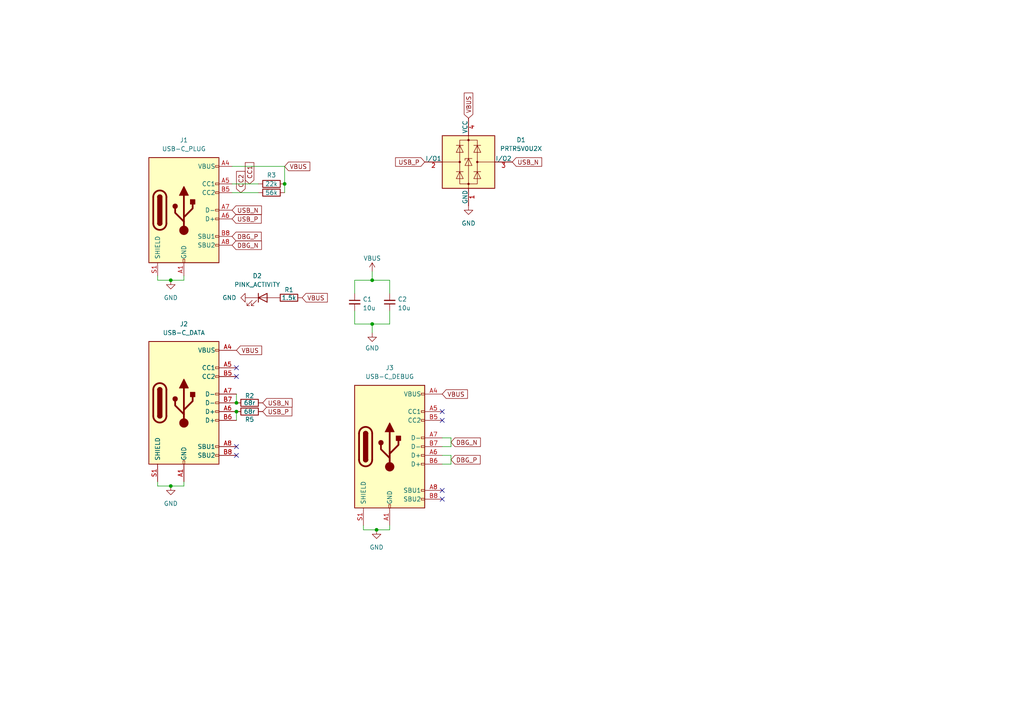
<source format=kicad_sch>
(kicad_sch (version 20231120) (generator "eeschema") (generator_version "8.0")
  (paper "A4")
  (lib_symbols
    (symbol "1_My_Symbols:USB_C_Debug_Plug" (pin_names (offset 1.016))
      (property "Reference" "P" (at -10.16 19.05 0))
      (property "Value" "USB_C_Debug_Plug" (at 12.7 19.05 0))
      (symbol "USB_C_Debug_Plug_0_0"
        (rectangle (start -0.254 -15.24) (end 0.254 -14.224))
        (rectangle (start 10.16 -9.906) (end 9.144 -10.414))
        (rectangle (start 10.16 -7.366) (end 9.144 -7.874))
        (rectangle (start 10.16 -2.286) (end 9.144 -2.794))
        (rectangle (start 10.16 0.254) (end 9.144 -0.254))
        (rectangle (start 10.16 5.334) (end 9.144 4.826))
        (rectangle (start 10.16 7.874) (end 9.144 7.366))
        (rectangle (start 10.16 12.954) (end 9.144 12.446))
        (pin bidirectional line (at 13.97 -10.16 180) (length 3.81) (name "SBU2") (number "A8"))
        (pin bidirectional line (at 13.97 -7.62 180) (length 3.81) (name "SBU1") (number "B8"))
      )
      (symbol "USB_C_Debug_Plug_0_1"
        (rectangle (start -10.16 15.24) (end 10.16 -15.24) (stroke (width 0.254)) (fill (type background)))
        (arc (start -8.89 -3.81) (mid -6.985 -5.7067) (end -5.08 -3.81) (stroke (width 0.508)))
        (arc (start -7.62 -3.81) (mid -6.985 -4.4423) (end -6.35 -3.81) (stroke (width 0.254)))
        (arc (start -7.62 -3.81) (mid -6.985 -4.4423) (end -6.35 -3.81) (stroke (width 0.254)) (fill (type outline)))
        (rectangle (start -7.62 -3.81) (end -6.35 3.81) (stroke (width 0.254)) (fill (type outline)))
        (arc (start -6.35 3.81) (mid -6.985 4.4423) (end -7.62 3.81) (stroke (width 0.254)))
        (arc (start -6.35 3.81) (mid -6.985 4.4423) (end -7.62 3.81) (stroke (width 0.254)) (fill (type outline)))
        (arc (start -5.08 3.81) (mid -6.985 5.7067) (end -8.89 3.81) (stroke (width 0.508)))
        (circle (center -2.54 1.143) (radius 0.635) (stroke (width 0.254)) (fill (type outline)))
        (circle (center 0 -5.842) (radius 1.27) (fill (type outline)))
        (polyline (pts (xy -8.89 -3.81) (xy -8.89 3.81)) (stroke (width 0.508)))
        (polyline (pts (xy -5.08 3.81) (xy -5.08 -3.81)) (stroke (width 0.508)))
        (polyline (pts (xy 0 -5.842) (xy 0 4.318)) (stroke (width 0.508)))
        (polyline (pts (xy 0 -3.302) (xy -2.54 -0.762) (xy -2.54 0.508)) (stroke (width 0.508)))
        (polyline (pts (xy 0 -2.032) (xy 2.54 0.508) (xy 2.54 1.778)) (stroke (width 0.508)))
        (polyline (pts (xy -1.27 4.318) (xy 0 6.858) (xy 1.27 4.318) (xy -1.27 4.318)) (stroke (width 0.254)) (fill (type outline)))
        (rectangle (start 1.905 1.778) (end 3.175 3.048) (stroke (width 0.254)) (fill (type outline)))
      )
      (symbol "USB_C_Debug_Plug_1_1"
        (pin passive line (at 0 -19.05 90) (length 3.81) (name "GND") (number "A1"))
        (pin passive line (at 0 -19.05 90) (length 3.81) hide (name "GND") (number "A12"))
        (pin passive line (at 13.97 12.7 180) (length 3.81) (name "VBUS") (number "A4"))
        (pin bidirectional line (at 13.97 7.62 180) (length 3.81) (name "CC1") (number "A5"))
        (pin bidirectional line (at 13.97 -2.54 180) (length 3.81) (name "D+") (number "A6"))
        (pin bidirectional line (at 13.97 0 180) (length 3.81) (name "D-") (number "A7"))
        (pin passive line (at 13.97 12.7 180) (length 3.81) hide (name "VBUS") (number "A9"))
        (pin passive line (at 0 -19.05 90) (length 3.81) hide (name "GND") (number "B1"))
        (pin passive line (at 0 -19.05 90) (length 3.81) hide (name "GND") (number "B12"))
        (pin passive line (at 13.97 12.7 180) (length 3.81) hide (name "VBUS") (number "B4"))
        (pin bidirectional line (at 13.97 5.08 180) (length 3.81) (name "CC2") (number "B5"))
        (pin passive line (at 13.97 12.7 180) (length 3.81) hide (name "VBUS") (number "B9"))
        (pin passive line (at -7.62 -19.05 90) (length 3.81) (name "SHIELD") (number "S1"))
      )
    )
    (symbol "Connector:USB_C_Receptacle_USB2.0" (pin_names (offset 1.016))
      (property "Reference" "J" (at -10.16 19.05 0))
      (property "Value" "USB_C_Receptacle_USB2.0" (at 19.05 19.05 0))
      (symbol "USB_C_Receptacle_USB2.0_0_0"
        (rectangle (start -0.254 -17.78) (end 0.254 -16.764))
        (rectangle (start 10.16 -14.986) (end 9.144 -15.494))
        (rectangle (start 10.16 -12.446) (end 9.144 -12.954))
        (rectangle (start 10.16 -4.826) (end 9.144 -5.334))
        (rectangle (start 10.16 -2.286) (end 9.144 -2.794))
        (rectangle (start 10.16 0.254) (end 9.144 -0.254))
        (rectangle (start 10.16 2.794) (end 9.144 2.286))
        (rectangle (start 10.16 7.874) (end 9.144 7.366))
        (rectangle (start 10.16 10.414) (end 9.144 9.906))
        (rectangle (start 10.16 15.494) (end 9.144 14.986))
      )
      (symbol "USB_C_Receptacle_USB2.0_0_1"
        (rectangle (start -10.16 17.78) (end 10.16 -17.78) (stroke (width 0.254)) (fill (type background)))
        (arc (start -8.89 -3.81) (mid -6.985 -5.7067) (end -5.08 -3.81) (stroke (width 0.508)))
        (arc (start -7.62 -3.81) (mid -6.985 -4.4423) (end -6.35 -3.81) (stroke (width 0.254)))
        (arc (start -7.62 -3.81) (mid -6.985 -4.4423) (end -6.35 -3.81) (stroke (width 0.254)) (fill (type outline)))
        (rectangle (start -7.62 -3.81) (end -6.35 3.81) (stroke (width 0.254)) (fill (type outline)))
        (arc (start -6.35 3.81) (mid -6.985 4.4423) (end -7.62 3.81) (stroke (width 0.254)))
        (arc (start -6.35 3.81) (mid -6.985 4.4423) (end -7.62 3.81) (stroke (width 0.254)) (fill (type outline)))
        (arc (start -5.08 3.81) (mid -6.985 5.7067) (end -8.89 3.81) (stroke (width 0.508)))
        (circle (center -2.54 1.143) (radius 0.635) (stroke (width 0.254)) (fill (type outline)))
        (circle (center 0 -5.842) (radius 1.27) (fill (type outline)))
        (polyline (pts (xy -8.89 -3.81) (xy -8.89 3.81)) (stroke (width 0.508)))
        (polyline (pts (xy -5.08 3.81) (xy -5.08 -3.81)) (stroke (width 0.508)))
        (polyline (pts (xy 0 -5.842) (xy 0 4.318)) (stroke (width 0.508)))
        (polyline (pts (xy 0 -3.302) (xy -2.54 -0.762) (xy -2.54 0.508)) (stroke (width 0.508)))
        (polyline (pts (xy 0 -2.032) (xy 2.54 0.508) (xy 2.54 1.778)) (stroke (width 0.508)))
        (polyline (pts (xy -1.27 4.318) (xy 0 6.858) (xy 1.27 4.318) (xy -1.27 4.318)) (stroke (width 0.254)) (fill (type outline)))
        (rectangle (start 1.905 1.778) (end 3.175 3.048) (stroke (width 0.254)) (fill (type outline)))
      )
      (symbol "USB_C_Receptacle_USB2.0_1_1"
        (pin passive line (at 0 -22.86 90) (length 5.08) (name "GND") (number "A1"))
        (pin passive line (at 0 -22.86 90) (length 5.08) hide (name "GND") (number "A12"))
        (pin passive line (at 15.24 15.24 180) (length 5.08) (name "VBUS") (number "A4"))
        (pin bidirectional line (at 15.24 10.16 180) (length 5.08) (name "CC1") (number "A5"))
        (pin bidirectional line (at 15.24 -2.54 180) (length 5.08) (name "D+") (number "A6"))
        (pin bidirectional line (at 15.24 2.54 180) (length 5.08) (name "D-") (number "A7"))
        (pin bidirectional line (at 15.24 -12.7 180) (length 5.08) (name "SBU1") (number "A8"))
        (pin passive line (at 15.24 15.24 180) (length 5.08) hide (name "VBUS") (number "A9"))
        (pin passive line (at 0 -22.86 90) (length 5.08) hide (name "GND") (number "B1"))
        (pin passive line (at 0 -22.86 90) (length 5.08) hide (name "GND") (number "B12"))
        (pin passive line (at 15.24 15.24 180) (length 5.08) hide (name "VBUS") (number "B4"))
        (pin bidirectional line (at 15.24 7.62 180) (length 5.08) (name "CC2") (number "B5"))
        (pin bidirectional line (at 15.24 -5.08 180) (length 5.08) (name "D+") (number "B6"))
        (pin bidirectional line (at 15.24 0 180) (length 5.08) (name "D-") (number "B7"))
        (pin bidirectional line (at 15.24 -15.24 180) (length 5.08) (name "SBU2") (number "B8"))
        (pin passive line (at 15.24 15.24 180) (length 5.08) hide (name "VBUS") (number "B9"))
        (pin passive line (at -7.62 -22.86 90) (length 5.08) (name "SHIELD") (number "S1"))
      )
    )
    (symbol "Device:C_Small" (pin_numbers hide) (pin_names (offset 0.254) hide)
      (property "Reference" "C" (at 0.254 1.778 0))
      (property "Value" "C_Small" (at 0.254 -2.032 0))
      (symbol "C_Small_0_1"
        (polyline (pts (xy -1.524 -0.508) (xy 1.524 -0.508)) (stroke (width 0.3302)))
        (polyline (pts (xy -1.524 0.508) (xy 1.524 0.508)) (stroke (width 0.3048)))
      )
      (symbol "C_Small_1_1"
        (pin passive line (at 0 2.54 270) (length 2.032) (name "~") (number "1"))
        (pin passive line (at 0 -2.54 90) (length 2.032) (name "~") (number "2"))
      )
    )
    (symbol "Device:LED" (pin_numbers hide) (pin_names (offset 1.016) hide)
      (property "Reference" "D" (at 0 2.54 0))
      (property "Value" "LED" (at 0 -2.54 0))
      (symbol "LED_0_1"
        (polyline (pts (xy -1.27 -1.27) (xy -1.27 1.27)) (stroke (width 0.254)))
        (polyline (pts (xy -1.27 0) (xy 1.27 0)))
        (polyline (pts (xy 1.27 -1.27) (xy 1.27 1.27) (xy -1.27 0) (xy 1.27 -1.27)) (stroke (width 0.254)))
        (polyline (pts (xy -3.048 -0.762) (xy -4.572 -2.286) (xy -3.81 -2.286) (xy -4.572 -2.286) (xy -4.572 -1.524)))
        (polyline (pts (xy -1.778 -0.762) (xy -3.302 -2.286) (xy -2.54 -2.286) (xy -3.302 -2.286) (xy -3.302 -1.524)))
      )
      (symbol "LED_1_1"
        (pin passive line (at -3.81 0 0) (length 2.54) (name "K") (number "1"))
        (pin passive line (at 3.81 0 180) (length 2.54) (name "A") (number "2"))
      )
    )
    (symbol "Device:R" (pin_numbers hide) (pin_names (offset 0))
      (property "Reference" "R" (at 2.032 0 90))
      (property "Value" "R" (at 0 0 90))
      (symbol "R_0_1"
        (rectangle (start -1.016 -2.54) (end 1.016 2.54) (stroke (width 0.254)))
      )
      (symbol "R_1_1"
        (pin passive line (at 0 3.81 270) (length 1.27) (name "~") (number "1"))
        (pin passive line (at 0 -3.81 90) (length 1.27) (name "~") (number "2"))
      )
    )
    (symbol "GND_1" (power) (pin_numbers hide) (pin_names (offset 0) hide)
      (property "Value" "GND" (at 0 -3.81 0))
      (symbol "GND_1_0_1"
        (polyline (pts (xy 0 0) (xy 0 -1.27) (xy 1.27 -1.27) (xy 0 -2.54) (xy -1.27 -1.27) (xy 0 -1.27)))
      )
      (symbol "GND_1_1_1"
        (pin power_in line (at 0 0 270) (length 0) (name "~") (number "1"))
      )
    )
    (symbol "Power_Protection:PRTR5V0U2X" (pin_names (offset 0))
      (property "Reference" "D" (at 2.794 8.636 0))
      (property "Value" "PRTR5V0U2X" (at 8.128 -9.398 0))
      (symbol "PRTR5V0U2X_0_1"
        (rectangle (start -7.62 -7.62) (end 7.62 7.62) (stroke (width 0.254)) (fill (type background)))
        (circle (center -2.54 0) (radius 0.254) (fill (type outline)))
        (rectangle (start -2.54 6.35) (end 2.54 -6.35))
        (circle (center 0 -6.35) (radius 0.254) (fill (type outline)))
        (polyline (pts (xy -2.54 0) (xy -7.62 0)))
        (polyline (pts (xy -1.524 -2.794) (xy -3.556 -2.794)))
        (polyline (pts (xy -1.524 4.826) (xy -3.556 4.826)))
        (polyline (pts (xy 0 -7.62) (xy 0 7.62)))
        (polyline (pts (xy 1.524 -2.794) (xy 3.556 -2.794)))
        (polyline (pts (xy 1.524 4.826) (xy 3.556 4.826)))
        (polyline (pts (xy 2.54 0) (xy 7.62 0)))
        (polyline (pts (xy 1.016 1.016) (xy -1.016 1.016) (xy -1.016 0.508)))
        (polyline (pts (xy -3.556 -4.826) (xy -1.524 -4.826) (xy -2.54 -2.794) (xy -3.556 -4.826)))
        (polyline (pts (xy -3.556 2.794) (xy -1.524 2.794) (xy -2.54 4.826) (xy -3.556 2.794)))
        (polyline (pts (xy -1.016 -1.016) (xy 1.016 -1.016) (xy 0 1.016) (xy -1.016 -1.016)))
        (polyline (pts (xy 3.556 -4.826) (xy 1.524 -4.826) (xy 2.54 -2.794) (xy 3.556 -4.826)))
        (polyline (pts (xy 3.556 2.794) (xy 1.524 2.794) (xy 2.54 4.826) (xy 3.556 2.794)))
        (circle (center 0 6.35) (radius 0.254) (fill (type outline)))
        (circle (center 2.54 0) (radius 0.254) (fill (type outline)))
      )
      (symbol "PRTR5V0U2X_1_1"
        (pin passive line (at 0 -12.7 90) (length 5.08) (name "GND") (number "1"))
        (pin passive line (at -12.7 0 0) (length 5.08) (name "I/O1") (number "2"))
        (pin passive line (at 12.7 0 180) (length 5.08) (name "I/O2") (number "3"))
        (pin passive line (at 0 12.7 270) (length 5.08) (name "VCC") (number "4"))
      )
    )
    (symbol "power:GND" (power) (pin_names (offset 0))
      (property "Value" "GND" (at 0 -3.81 0))
      (symbol "GND_0_1"
        (polyline (pts (xy 0 0) (xy 0 -1.27) (xy 1.27 -1.27) (xy 0 -2.54) (xy -1.27 -1.27) (xy 0 -1.27)))
      )
      (symbol "GND_1_1"
        (pin power_in line (at 0 0 270) (length 0) hide (name "GND") (number "1"))
      )
    )
    (symbol "power:VBUS" (power) (pin_names (offset 0))
      (property "Value" "VBUS" (at 0 3.81 0))
      (symbol "VBUS_0_1"
        (polyline (pts (xy -0.762 1.27) (xy 0 2.54)))
        (polyline (pts (xy 0 0) (xy 0 2.54)))
        (polyline (pts (xy 0 2.54) (xy 0.762 1.27)))
      )
      (symbol "VBUS_1_1"
        (pin power_in line (at 0 0 90) (length 0) hide (name "VBUS") (number "1"))
      )
    )
  )
  (junction (at 82.55 53.34))
  (junction (at 109.22 153.67))
  (junction (at 68.58 119.38))
  (junction (at 107.95 93.98))
  (junction (at 49.53 140.97))
  (junction (at 49.53 81.28))
  (junction (at 107.95 81.28))
  (junction (at 68.58 116.84))
  (no_connect (at 68.58 106.68))
  (no_connect (at 128.27 144.78))
  (no_connect (at 68.58 109.22))
  (no_connect (at 68.58 132.08))
  (no_connect (at 128.27 142.24))
  (no_connect (at 128.27 119.38))
  (no_connect (at 128.27 121.92))
  (no_connect (at 68.58 129.54))
  (wire (pts (xy 68.58 114.3) (xy 68.58 116.84)))
  (wire (pts (xy 102.87 90.17) (xy 102.87 93.98)))
  (wire (pts (xy 113.03 81.28) (xy 113.03 85.09)))
  (wire (pts (xy 49.53 140.97) (xy 53.34 140.97)))
  (wire (pts (xy 102.87 81.28) (xy 102.87 85.09)))
  (wire (pts (xy 53.34 140.97) (xy 53.34 139.7)))
  (wire (pts (xy 105.41 153.67) (xy 109.22 153.67)))
  (wire (pts (xy 113.03 90.17) (xy 113.03 93.98)))
  (wire (pts (xy 67.31 53.34) (xy 74.93 53.34)))
  (wire (pts (xy 82.55 53.34) (xy 82.55 48.26)))
  (wire (pts (xy 45.72 140.97) (xy 49.53 140.97)))
  (wire (pts (xy 109.22 153.67) (xy 113.03 153.67)))
  (wire (pts (xy 82.55 55.88) (xy 82.55 53.34)))
  (wire (pts (xy 45.72 81.28) (xy 49.53 81.28)))
  (wire (pts (xy 45.72 139.7) (xy 45.72 140.97)))
  (wire (pts (xy 45.72 80.01) (xy 45.72 81.28)))
  (wire (pts (xy 67.31 55.88) (xy 74.93 55.88)))
  (wire (pts (xy 49.53 81.28) (xy 53.34 81.28)))
  (wire (pts (xy 107.95 93.98) (xy 102.87 93.98)))
  (wire (pts (xy 105.41 152.4) (xy 105.41 153.67)))
  (wire (pts (xy 130.81 134.62) (xy 128.27 134.62)))
  (wire (pts (xy 130.81 127) (xy 130.81 129.54)))
  (wire (pts (xy 130.81 132.08) (xy 130.81 134.62)))
  (wire (pts (xy 130.81 129.54) (xy 128.27 129.54)))
  (wire (pts (xy 107.95 81.28) (xy 107.95 78.74)))
  (wire (pts (xy 68.58 119.38) (xy 68.58 121.92)))
  (wire (pts (xy 113.03 153.67) (xy 113.03 152.4)))
  (wire (pts (xy 113.03 93.98) (xy 107.95 93.98)))
  (wire (pts (xy 67.31 48.26) (xy 82.55 48.26)))
  (wire (pts (xy 107.95 93.98) (xy 107.95 96.52)))
  (wire (pts (xy 53.34 81.28) (xy 53.34 80.01)))
  (wire (pts (xy 107.95 81.28) (xy 113.03 81.28)))
  (wire (pts (xy 107.95 81.28) (xy 102.87 81.28)))
  (wire (pts (xy 128.27 127) (xy 130.81 127)))
  (wire (pts (xy 128.27 132.08) (xy 130.81 132.08)))
  (global_label "VBUS" (shape input) (at 128.27 114.3 0) (property "Intersheetrefs" "${INTERSHEET_REFS}" (effects (hide yes))))
  (global_label "CC1" (shape input) (at 72.39 53.34 90) (property "Intersheetrefs" "${INTERSHEET_REFS}" (effects (hide yes))))
  (global_label "CC2" (shape input) (at 69.85 55.88 90) (property "Intersheetrefs" "${INTERSHEET_REFS}" (effects (hide yes))))
  (global_label "USB_N" (shape input) (at 148.59 46.99 0) (property "Intersheetrefs" "${INTERSHEET_REFS}" (effects (hide yes))))
  (global_label "DBG_P" (shape input) (at 67.31 68.58 0) (property "Intersheetrefs" "${INTERSHEET_REFS}" (effects (hide yes))))
  (global_label "USB_N" (shape input) (at 76.2 116.84 0) (property "Intersheetrefs" "${INTERSHEET_REFS}" (effects (hide yes))))
  (global_label "VBUS" (shape input) (at 82.55 48.26 0) (property "Intersheetrefs" "${INTERSHEET_REFS}" (effects (hide yes))))
  (global_label "USB_P" (shape input) (at 123.19 46.99 180) (property "Intersheetrefs" "${INTERSHEET_REFS}" (effects (hide yes))))
  (global_label "USB_P" (shape input) (at 67.31 63.5 0) (property "Intersheetrefs" "${INTERSHEET_REFS}" (effects (hide yes))))
  (global_label "USB_N" (shape input) (at 67.31 60.96 0) (property "Intersheetrefs" "${INTERSHEET_REFS}" (effects (hide yes))))
  (global_label "DBG_P" (shape input) (at 130.81 133.35 0) (property "Intersheetrefs" "${INTERSHEET_REFS}" (effects (hide yes))))
  (global_label "DBG_N" (shape input) (at 67.31 71.12 0) (property "Intersheetrefs" "${INTERSHEET_REFS}" (effects (hide yes))))
  (global_label "USB_P" (shape input) (at 76.2 119.38 0) (property "Intersheetrefs" "${INTERSHEET_REFS}" (effects (hide yes))))
  (global_label "DBG_N" (shape input) (at 130.81 128.27 0) (property "Intersheetrefs" "${INTERSHEET_REFS}" (effects (hide yes))))
  (global_label "VBUS" (shape input) (at 135.89 34.29 90) (property "Intersheetrefs" "${INTERSHEET_REFS}" (effects (hide yes))))
  (global_label "VBUS" (shape input) (at 87.63 86.36 0) (property "Intersheetrefs" "${INTERSHEET_REFS}" (effects (hide yes))))
  (global_label "VBUS" (shape input) (at 68.58 101.6 0) (property "Intersheetrefs" "${INTERSHEET_REFS}" (effects (hide yes))))
  (symbol (lib_id "Power_Protection:PRTR5V0U2X") (at 135.89 46.99 0) (unit 1)
    (property "Reference" "D1" (at 151.13 40.5698 0))
    (property "Value" "PRTR5V0U2X" (at 151.13 43.1098 0))
    (property "Footprint" "Package_TO_SOT_SMD:SOT-143" (effects (hide yes)))
    (property "Datasheet" "https://assets.nexperia.com/documents/data-sheet/PRTR5V0U2X.pdf" (effects (hide yes)))
    (property "Description" "Ultra low capacitance double rail-to-rail ESD protection diode, SOT-143" (effects (hide yes)))
  )
  (symbol (lib_id "Device:R") (at 72.39 119.38 270) (unit 1)
    (property "Reference" "R5" (at 72.39 121.666 90))
    (property "Value" "68r" (at 72.39 119.38 90))
    (property "Footprint" "Resistor_SMD:R_0402_1005Metric" (effects (hide yes)))
    (property "Description" "Resistor" (effects (hide yes)))
  )
  (symbol (lib_id "Device:R") (at 78.74 53.34 90) (unit 1)
    (property "Reference" "R3" (at 78.74 50.8 90))
    (property "Value" "22k" (at 78.74 53.34 90))
    (property "Footprint" "Resistor_SMD:R_0402_1005Metric" (effects (hide yes)))
  )
  (symbol (lib_id "Connector:USB_C_Receptacle_USB2.0") (at 113.03 129.54 0) (unit 1)
    (property "Reference" "J3" (at 113.03 106.68 0))
    (property "Value" "USB-C_DEBUG" (at 113.03 109.22 0))
    (property "Footprint" "Connector_USB:USB_C_Receptacle_HRO_TYPE-C-31-M-12" (effects (hide yes)))
    (property "Datasheet" "https://www.usb.org/sites/default/files/documents/usb_type-c.zip" (effects (hide yes)))
  )
  (symbol (lib_id "power:GND") (at 135.89 59.69 0) (unit 1)
    (property "Reference" "#PWR06" (effects (hide yes)))
    (property "Value" "GND" (at 135.89 64.77 0))
  )
  (symbol (lib_id "power:VBUS") (at 107.95 78.74 0) (unit 1)
    (property "Reference" "#PWR01" (effects (hide yes)))
    (property "Value" "VBUS" (at 107.95 74.93 0))
  )
  (symbol (lib_id "Device:R") (at 83.82 86.36 90) (unit 1)
    (property "Reference" "R1" (at 83.82 84.074 90))
    (property "Value" "1.5k" (at 83.82 86.36 90))
    (property "Footprint" "Resistor_SMD:R_0402_1005Metric" (effects (hide yes)))
    (property "Description" "Resistor" (effects (hide yes)))
  )
  (symbol (lib_id "Device:LED") (at 76.2 86.36 0) (unit 1)
    (property "Reference" "D2" (at 74.6125 80.01 0))
    (property "Value" "PINK_ACTIVITY" (at 74.6125 82.55 0))
    (property "Footprint" "LED_SMD:LED_0603_1608Metric" (effects (hide yes)))
    (property "Description" "Light emitting diode" (effects (hide yes)))
  )
  (symbol (lib_id "Device:R") (at 72.39 116.84 90) (mirror x) (unit 1)
    (property "Reference" "R2" (at 72.39 114.808 90))
    (property "Value" "68r" (at 72.39 116.84 90))
    (property "Footprint" "Resistor_SMD:R_0402_1005Metric" (effects (hide yes)))
    (property "Description" "Resistor" (effects (hide yes)))
  )
  (symbol (lib_name "GND_1") (lib_id "power:GND") (at 72.39 86.36 270) (unit 1)
    (property "Reference" "#PWR07" (effects (hide yes)))
    (property "Value" "GND" (at 68.58 86.3599 90) (effects (justify right)))
    (property "Description" "Power symbol creates a global label with name \"GND\" , ground" (effects (hide yes)))
  )
  (symbol (lib_id "power:GND") (at 49.53 81.28 0) (unit 1)
    (property "Reference" "#PWR02" (effects (hide yes)))
    (property "Value" "GND" (at 49.53 86.36 0))
  )
  (symbol (lib_id "power:GND") (at 109.22 153.67 0) (unit 1)
    (property "Reference" "#PWR05" (effects (hide yes)))
    (property "Value" "GND" (at 109.22 158.75 0))
  )
  (symbol (lib_id "Connector:USB_C_Receptacle_USB2.0") (at 53.34 116.84 0) (unit 1)
    (property "Reference" "J2" (at 53.34 93.98 0))
    (property "Value" "USB-C_DATA" (at 53.34 96.52 0))
    (property "Footprint" "Connector_USB:USB_C_Receptacle_HRO_TYPE-C-31-M-12" (effects (hide yes)))
    (property "Datasheet" "https://www.usb.org/sites/default/files/documents/usb_type-c.zip" (effects (hide yes)))
  )
  (symbol (lib_id "power:GND") (at 107.95 96.52 0) (unit 1)
    (property "Reference" "#PWR03" (effects (hide yes)))
    (property "Value" "GND" (at 107.95 100.9634 0))
  )
  (symbol (lib_id "Device:R") (at 78.74 55.88 90) (unit 1)
    (property "Reference" "R4" (effects (hide yes)))
    (property "Value" "56k" (at 78.74 55.88 90))
    (property "Footprint" "Resistor_SMD:R_0402_1005Metric" (effects (hide yes)))
  )
  (symbol (lib_id "1_My_Symbols:USB_C_Debug_Plug") (at 53.34 60.96 0) (unit 1)
    (property "Reference" "J1" (at 53.34 40.64 0))
    (property "Value" "USB-C_PLUG" (at 53.34 43.18 0))
    (property "Footprint" "Connector_USB:USB_C_Plug_Molex_105444" (effects (hide yes)))
  )
  (symbol (lib_id "Device:C_Small") (at 102.87 87.63 0) (unit 1)
    (property "Reference" "C1" (at 105.1941 86.8016 0) (effects (justify left)))
    (property "Value" "10u" (at 105.1941 89.3385 0) (effects (justify left)))
    (property "Footprint" "Capacitor_SMD:C_0402_1005Metric" (effects (hide yes)))
  )
  (symbol (lib_id "power:GND") (at 49.53 140.97 0) (unit 1)
    (property "Reference" "#PWR04" (effects (hide yes)))
    (property "Value" "GND" (at 49.53 146.05 0))
  )
  (symbol (lib_id "Device:C_Small") (at 113.03 87.63 180) (unit 1)
    (property "Reference" "C2" (at 115.3541 86.7889 0) (effects (justify right)))
    (property "Value" "10u" (at 115.3541 89.3258 0) (effects (justify right)))
    (property "Footprint" "Capacitor_SMD:C_0402_1005Metric" (effects (hide yes)))
  )
)
</source>
